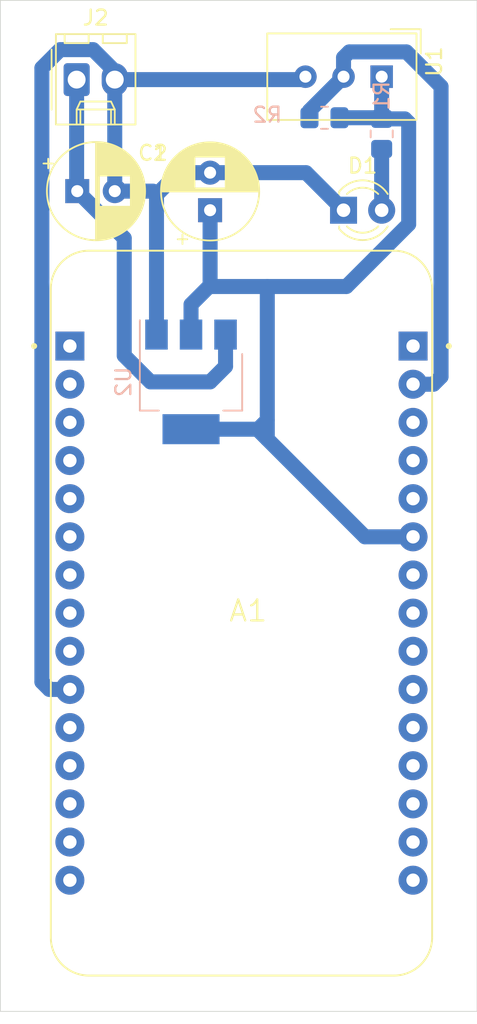
<source format=kicad_pcb>
(kicad_pcb (version 20221018) (generator pcbnew)
  (title_block (title "Smart Heating System - DHT Node") (date "2023-06-16") (rev "Rev 1.1") (company "University of Bolton") (comment 4 "Designed by: Erik Zsolt Kis-Varga"))
  (layers (0 "F.Cu" signal) (31 "B.Cu" signal) (34 "B.Paste" user) (35 "F.Paste" user) (36 "B.SilkS" user "B.Silkscreen") (37 "F.SilkS" user "F.Silkscreen") (38 "B.Mask" user) (39 "F.Mask" user) (44 "Edge.Cuts" user))
  (net 0 "")
  (net 10 "GND")
  (net 11 "+3V3")
  (net 16 "Net-(A1B-D1)")
  (net 26 "Net-(J2-Pin_1)")
  (net 27 "Net-(D1-A)")
  (footprint "8266Node:DHT11_Module" (layer "F.Cu") (at 85.54 62.075 -90)
    (fp_text reference "U1" (at -1 -3.5 90) (layer "F.SilkS"))
    (fp_text value "DHT11")
    (fp_line (start -3.16 -2.6) (end -3.16 -0.6) (stroke (width 0.12)) (layer "F.SilkS"))
    (fp_line (start -3.16 -2.6) (end -1.55 -2.6) (stroke (width 0.12)) (layer "F.SilkS"))
    (fp_line (start -2.88 7.62) (end -2.88 -2.31) (stroke (width 0.12)) (layer "F.SilkS"))
    (fp_line (start -2.87 -2.32) (end 2.87 -2.32) (stroke (width 0.12)) (layer "F.SilkS"))
    (fp_line (start 2.88 -2.32) (end 2.88 7.62) (stroke (width 0.12)) (layer "F.SilkS"))
    (fp_line (start 2.88 7.62) (end -2.88 7.62) (stroke (width 0.12)) (layer "F.SilkS"))
    (pad "1" thru_hole rect (at 0 0 270) (size 1.5 1.5) (drill 0.8) (layers "*.Cu" "*.Mask") (net 11 "+3V3"))
    (pad "2" thru_hole circle (at 0 2.54 270) (size 1.5 1.5) (drill 0.8) (layers "*.Cu" "*.Mask") (net 16 "Net-(A1B-D1)"))
    (pad "3" thru_hole circle (at 0 5.08 270) (size 1.5 1.5) (drill 0.8) (layers "*.Cu" "*.Mask") (net 10 "GND"))
  )
  (footprint "8266Node:ESP8266_NodeMCU_Devkit" (layer "F.Cu") (at 76.2 97.79)
    (fp_text reference "A1" (at 0.45 -0.155) (layer "F.SilkS") (effects (font (size 1.4 1.4))))
    (fp_text value "ESP8266_NodeMCU_Devkit")
    (fp_line (start -12.7 21.59) (end -12.7 -21.59) (stroke (width 0.127)) (layer "F.SilkS"))
    (fp_line (start -10.16 -24.13) (end 10.16 -24.13) (stroke (width 0.127)) (layer "F.SilkS"))
    (fp_line (start 10.16 24.13) (end -10.16 24.13) (stroke (width 0.127)) (layer "F.SilkS"))
    (fp_line (start 12.7 -21.59) (end 12.7 21.59) (stroke (width 0.127)) (layer "F.SilkS"))
    (fp_arc (start -12.7 -21.59) (mid -11.956051 -23.386051) (end -10.16 -24.13) (stroke (width 0.127)) (layer "F.SilkS"))
    (fp_arc (start -10.16 24.13) (mid -11.956051 23.386051) (end -12.7 21.59) (stroke (width 0.127)) (layer "F.SilkS"))
    (fp_arc (start 10.16 -24.13) (mid 11.956051 -23.386051) (end 12.7 -21.59) (stroke (width 0.127)) (layer "F.SilkS"))
    (fp_arc (start 12.7 21.59) (mid 11.956051 23.386051) (end 10.16 24.13) (stroke (width 0.127)) (layer "F.SilkS"))
    (fp_circle (center -13.81 -17.78) (end -13.71 -17.78) (stroke (width 0.2)) (fill none) (layer "F.SilkS"))
    (fp_circle (center 13.81 -17.78) (end 13.91 -17.78) (stroke (width 0.2)) (fill none) (layer "F.SilkS"))
    (pad "" np_thru_hole circle (at -10.16 -21.59) (size 3.2 3.2) (drill 3.2) (layers "*.Cu" "*.Mask"))
    (pad "" np_thru_hole circle (at -10.16 21.59) (size 3.2 3.2) (drill 3.2) (layers "*.Cu" "*.Mask"))
    (pad "" np_thru_hole circle (at 10.16 -21.59) (size 3.2 3.2) (drill 3.2) (layers "*.Cu" "*.Mask"))
    (pad "" np_thru_hole circle (at 10.16 21.59) (size 3.2 3.2) (drill 3.2) (layers "*.Cu" "*.Mask"))
    (pad "J1_1" thru_hole rect (at -11.43 -17.78) (size 1.93 1.93) (drill 0.889) (layers "*.Cu" "*.Mask"))
    (pad "J1_2" thru_hole circle (at -11.43 -15.24) (size 1.93 1.93) (drill 0.889) (layers "*.Cu" "*.Mask"))
    (pad "J1_3" thru_hole circle (at -11.43 -12.7) (size 1.93 1.93) (drill 0.889) (layers "*.Cu" "*.Mask"))
    (pad "J1_4" thru_hole circle (at -11.43 -10.16) (size 1.93 1.93) (drill 0.889) (layers "*.Cu" "*.Mask"))
    (pad "J1_5" thru_hole circle (at -11.43 -7.62) (size 1.93 1.93) (drill 0.889) (layers "*.Cu" "*.Mask"))
    (pad "J1_6" thru_hole circle (at -11.43 -5.08) (size 1.93 1.93) (drill 0.889) (layers "*.Cu" "*.Mask"))
    (pad "J1_7" thru_hole circle (at -11.43 -2.54) (size 1.93 1.93) (drill 0.889) (layers "*.Cu" "*.Mask"))
    (pad "J1_8" thru_hole circle (at -11.43 0) (size 1.93 1.93) (drill 0.889) (layers "*.Cu" "*.Mask"))
    (pad "J1_9" thru_hole circle (at -11.43 2.54) (size 1.93 1.93) (drill 0.889) (layers "*.Cu" "*.Mask"))
    (pad "J1_10" thru_hole circle (at -11.43 5.08) (size 1.93 1.93) (drill 0.889) (layers "*.Cu" "*.Mask") (net 10 "GND"))
    (pad "J1_11" thru_hole circle (at -11.43 7.62) (size 1.93 1.93) (drill 0.889) (layers "*.Cu" "*.Mask"))
    (pad "J1_12" thru_hole circle (at -11.43 10.16) (size 1.93 1.93) (drill 0.889) (layers "*.Cu" "*.Mask"))
    (pad "J1_13" thru_hole circle (at -11.43 12.7) (size 1.93 1.93) (drill 0.889) (layers "*.Cu" "*.Mask"))
    (pad "J1_14" thru_hole circle (at -11.43 15.24) (size 1.93 1.93) (drill 0.889) (layers "*.Cu" "*.Mask"))
    (pad "J1_15" thru_hole circle (at -11.43 17.78) (size 1.93 1.93) (drill 0.889) (layers "*.Cu" "*.Mask"))
    (pad "J2_1" thru_hole rect (at 11.43 -17.78) (size 1.93 1.93) (drill 0.889) (layers "*.Cu" "*.Mask"))
    (pad "J2_2" thru_hole circle (at 11.43 -15.24) (size 1.93 1.93) (drill 0.889) (layers "*.Cu" "*.Mask") (net 16 "Net-(A1B-D1)"))
    (pad "J2_3" thru_hole circle (at 11.43 -12.7) (size 1.93 1.93) (drill 0.889) (layers "*.Cu" "*.Mask"))
    (pad "J2_4" thru_hole circle (at 11.43 -10.16) (size 1.93 1.93) (drill 0.889) (layers "*.Cu" "*.Mask"))
    (pad "J2_5" thru_hole circle (at 11.43 -7.62) (size 1.93 1.93) (drill 0.889) (layers "*.Cu" "*.Mask"))
    (pad "J2_6" thru_hole circle (at 11.43 -5.08) (size 1.93 1.93) (drill 0.889) (layers "*.Cu" "*.Mask") (net 11 "+3V3"))
    (pad "J2_7" thru_hole circle (at 11.43 -2.54) (size 1.93 1.93) (drill 0.889) (layers "*.Cu" "*.Mask"))
    (pad "J2_8" thru_hole circle (at 11.43 0) (size 1.93 1.93) (drill 0.889) (layers "*.Cu" "*.Mask"))
    (pad "J2_9" thru_hole circle (at 11.43 2.54) (size 1.93 1.93) (drill 0.889) (layers "*.Cu" "*.Mask"))
    (pad "J2_10" thru_hole circle (at 11.43 5.08) (size 1.93 1.93) (drill 0.889) (layers "*.Cu" "*.Mask"))
    (pad "J2_11" thru_hole circle (at 11.43 7.62) (size 1.93 1.93) (drill 0.889) (layers "*.Cu" "*.Mask"))
    (pad "J2_12" thru_hole circle (at 11.43 10.16) (size 1.93 1.93) (drill 0.889) (layers "*.Cu" "*.Mask"))
    (pad "J2_13" thru_hole circle (at 11.43 12.7) (size 1.93 1.93) (drill 0.889) (layers "*.Cu" "*.Mask"))
    (pad "J2_14" thru_hole circle (at 11.43 15.24) (size 1.93 1.93) (drill 0.889) (layers "*.Cu" "*.Mask"))
    (pad "J2_15" thru_hole circle (at 11.43 17.78) (size 1.93 1.93) (drill 0.889) (layers "*.Cu" "*.Mask"))
  )
  (footprint "LED_THT:LED_D3.0mm" (layer "F.Cu") (at 83 70.965)
    (fp_text reference "D1" (at 1.27 -2.96) (layer "F.SilkS"))
    (fp_text value "LED_PWR")
    (fp_line (start -0.29 -1.236) (end -0.29 -1.08) (stroke (width 0.12)) (layer "F.SilkS"))
    (fp_line (start -0.29 1.08) (end -0.29 1.236) (stroke (width 0.12)) (layer "F.SilkS"))
    (fp_arc (start -0.29 -1.235516) (mid 1.366487 -1.987659) (end 2.942335 -1.078608) (stroke (width 0.12)) (layer "F.SilkS"))
    (fp_arc (start 0.229039 -1.08) (mid 1.270117 -1.5) (end 2.31113 -1.079837) (stroke (width 0.12)) (layer "F.SilkS"))
    (fp_arc (start 2.31113 1.079837) (mid 1.270117 1.5) (end 0.229039 1.08) (stroke (width 0.12)) (layer "F.SilkS"))
    (fp_arc (start 2.942335 1.078608) (mid 1.366487 1.987659) (end -0.29 1.235516) (stroke (width 0.12)) (layer "F.SilkS"))
    (pad "1" thru_hole rect (at 0 0) (size 1.8 1.8) (drill 0.9) (layers "*.Cu" "*.Mask") (net 10 "GND"))
    (pad "2" thru_hole circle (at 2.54 0) (size 1.8 1.8) (drill 0.9) (layers "*.Cu" "*.Mask") (net 27 "Net-(D1-A)"))
  )
  (footprint "Connector_Molex:Molex_KK-254_AE-6410-02A_1x02_P2.54mm_Vertical" (layer "F.Cu") (at 65.22 62.27)
    (fp_text reference "J2" (at 1.27 -4.12) (layer "F.SilkS"))
    (fp_text value "Batt")
    (fp_line (start -1.67 -2) (end -1.67 2) (stroke (width 0.12)) (layer "F.SilkS"))
    (fp_line (start -1.38 -3.03) (end -1.38 2.99) (stroke (width 0.12)) (layer "F.SilkS"))
    (fp_line (start -1.38 2.99) (end 3.92 2.99) (stroke (width 0.12)) (layer "F.SilkS"))
    (fp_line (start -0.8 -3.03) (end -0.8 -2.43) (stroke (width 0.12)) (layer "F.SilkS"))
    (fp_line (start -0.8 -2.43) (end 0.8 -2.43) (stroke (width 0.12)) (layer "F.SilkS"))
    (fp_line (start 0 1.99) (end 0.25 1.46) (stroke (width 0.12)) (layer "F.SilkS"))
    (fp_line (start 0 1.99) (end 2.54 1.99) (stroke (width 0.12)) (layer "F.SilkS"))
    (fp_line (start 0 2.99) (end 0 1.99) (stroke (width 0.12)) (layer "F.SilkS"))
    (fp_line (start 0.25 1.46) (end 2.29 1.46) (stroke (width 0.12)) (layer "F.SilkS"))
    (fp_line (start 0.25 2.99) (end 0.25 1.99) (stroke (width 0.12)) (layer "F.SilkS"))
    (fp_line (start 0.8 -2.43) (end 0.8 -3.03) (stroke (width 0.12)) (layer "F.SilkS"))
    (fp_line (start 1.74 -3.03) (end 1.74 -2.43) (stroke (width 0.12)) (layer "F.SilkS"))
    (fp_line (start 1.74 -2.43) (end 3.34 -2.43) (stroke (width 0.12)) (layer "F.SilkS"))
    (fp_line (start 2.29 1.46) (end 2.54 1.99) (stroke (width 0.12)) (layer "F.SilkS"))
    (fp_line (start 2.29 2.99) (end 2.29 1.99) (stroke (width 0.12)) (layer "F.SilkS"))
    (fp_line (start 2.54 1.99) (end 2.54 2.99) (stroke (width 0.12)) (layer "F.SilkS"))
    (fp_line (start 3.34 -2.43) (end 3.34 -3.03) (stroke (width 0.12)) (layer "F.SilkS"))
    (fp_line (start 3.92 -3.03) (end -1.38 -3.03) (stroke (width 0.12)) (layer "F.SilkS"))
    (fp_line (start 3.92 2.99) (end 3.92 -3.03) (stroke (width 0.12)) (layer "F.SilkS"))
    (pad "1" thru_hole roundrect (at 0 0) (size 1.74 2.19) (drill 1.19) (layers "*.Cu" "*.Mask") (roundrect_rratio 0.1436781609) (net 26 "Net-(J2-Pin_1)"))
    (pad "2" thru_hole oval (at 2.54 0) (size 1.74 2.19) (drill 1.19) (layers "*.Cu" "*.Mask") (net 10 "GND"))
  )
  (footprint "Capacitor_THT:CP_Radial_D6.3mm_P2.50mm" (layer "F.Cu") (at 74.11 70.965 90)
    (fp_text reference "C2" (at 3.81 -3.81 180) (layer "F.SilkS"))
    (fp_text value "10u")
    (fp_line (start -2.250241 -1.839) (end -1.620241 -1.839) (stroke (width 0.12)) (layer "F.SilkS"))
    (fp_line (start -1.935241 -2.154) (end -1.935241 -1.524) (stroke (width 0.12)) (layer "F.SilkS"))
    (fp_line (start 1.25 -3.23) (end 1.25 3.23) (stroke (width 0.12)) (layer "F.SilkS"))
    (fp_line (start 1.29 -3.23) (end 1.29 3.23) (stroke (width 0.12)) (layer "F.SilkS"))
    (fp_line (start 1.33 -3.23) (end 1.33 3.23) (stroke (width 0.12)) (layer "F.SilkS"))
    (fp_line (start 1.37 -3.228) (end 1.37 3.228) (stroke (width 0.12)) (layer "F.SilkS"))
    (fp_line (start 1.41 -3.227) (end 1.41 3.227) (stroke (width 0.12)) (layer "F.SilkS"))
    (fp_line (start 1.45 -3.224) (end 1.45 3.224) (stroke (width 0.12)) (layer "F.SilkS"))
    (fp_line (start 1.49 -3.222) (end 1.49 -1.04) (stroke (width 0.12)) (layer "F.SilkS"))
    (fp_line (start 1.49 1.04) (end 1.49 3.222) (stroke (width 0.12)) (layer "F.SilkS"))
    (fp_line (start 1.53 -3.218) (end 1.53 -1.04) (stroke (width 0.12)) (layer "F.SilkS"))
    (fp_line (start 1.53 1.04) (end 1.53 3.218) (stroke (width 0.12)) (layer "F.SilkS"))
    (fp_line (start 1.57 -3.215) (end 1.57 -1.04) (stroke (width 0.12)) (layer "F.SilkS"))
    (fp_line (start 1.57 1.04) (end 1.57 3.215) (stroke (width 0.12)) (layer "F.SilkS"))
    (fp_line (start 1.61 -3.211) (end 1.61 -1.04) (stroke (width 0.12)) (layer "F.SilkS"))
    (fp_line (start 1.61 1.04) (end 1.61 3.211) (stroke (width 0.12)) (layer "F.SilkS"))
    (fp_line (start 1.65 -3.206) (end 1.65 -1.04) (stroke (width 0.12)) (layer "F.SilkS"))
    (fp_line (start 1.65 1.04) (end 1.65 3.206) (stroke (width 0.12)) (layer "F.SilkS"))
    (fp_line (start 1.69 -3.201) (end 1.69 -1.04) (stroke (width 0.12)) (layer "F.SilkS"))
    (fp_line (start 1.69 1.04) (end 1.69 3.201) (stroke (width 0.12)) (layer "F.SilkS"))
    (fp_line (start 1.73 -3.195) (end 1.73 -1.04) (stroke (width 0.12)) (layer "F.SilkS"))
    (fp_line (start 1.73 1.04) (end 1.73 3.195) (stroke (width 0.12)) (layer "F.SilkS"))
    (fp_line (start 1.77 -3.189) (end 1.77 -1.04) (stroke (width 0.12)) (layer "F.SilkS"))
    (fp_line (start 1.77 1.04) (end 1.77 3.189) (stroke (width 0.12)) (layer "F.SilkS"))
    (fp_line (start 1.81 -3.182) (end 1.81 -1.04) (stroke (width 0.12)) (layer "F.SilkS"))
    (fp_line (start 1.81 1.04) (end 1.81 3.182) (stroke (width 0.12)) (layer "F.SilkS"))
    (fp_line (start 1.85 -3.175) (end 1.85 -1.04) (stroke (width 0.12)) (layer "F.SilkS"))
    (fp_line (start 1.85 1.04) (end 1.85 3.175) (stroke (width 0.12)) (layer "F.SilkS"))
    (fp_line (start 1.89 -3.167) (end 1.89 -1.04) (stroke (width 0.12)) (layer "F.SilkS"))
    (fp_line (start 1.89 1.04) (end 1.89 3.167) (stroke (width 0.12)) (layer "F.SilkS"))
    (fp_line (start 1.93 -3.159) (end 1.93 -1.04) (stroke (width 0.12)) (layer "F.SilkS"))
    (fp_line (start 1.93 1.04) (end 1.93 3.159) (stroke (width 0.12)) (layer "F.SilkS"))
    (fp_line (start 1.971 -3.15) (end 1.971 -1.04) (stroke (width 0.12)) (layer "F.SilkS"))
    (fp_line (start 1.971 1.04) (end 1.971 3.15) (stroke (width 0.12)) (layer "F.SilkS"))
    (fp_line (start 2.011 -3.141) (end 2.011 -1.04) (stroke (width 0.12)) (layer "F.SilkS"))
    (fp_line (start 2.011 1.04) (end 2.011 3.141) (stroke (width 0.12)) (layer "F.SilkS"))
    (fp_line (start 2.051 -3.131) (end 2.051 -1.04) (stroke (width 0.12)) (layer "F.SilkS"))
    (fp_line (start 2.051 1.04) (end 2.051 3.131) (stroke (width 0.12)) (layer "F.SilkS"))
    (fp_line (start 2.091 -3.121) (end 2.091 -1.04) (stroke (width 0.12)) (layer "F.SilkS"))
    (fp_line (start 2.091 1.04) (end 2.091 3.121) (stroke (width 0.12)) (layer "F.SilkS"))
    (fp_line (start 2.131 -3.11) (end 2.131 -1.04) (stroke (width 0.12)) (layer "F.SilkS"))
    (fp_line (start 2.131 1.04) (end 2.131 3.11) (stroke (width 0.12)) (layer "F.SilkS"))
    (fp_line (start 2.171 -3.098) (end 2.171 -1.04) (stroke (width 0.12)) (layer "F.SilkS"))
    (fp_line (start 2.171 1.04) (end 2.171 3.098) (stroke (width 0.12)) (layer "F.SilkS"))
    (fp_line (start 2.211 -3.086) (end 2.211 -1.04) (stroke (width 0.12)) (layer "F.SilkS"))
    (fp_line (start 2.211 1.04) (end 2.211 3.086) (stroke (width 0.12)) (layer "F.SilkS"))
    (fp_line (start 2.251 -3.074) (end 2.251 -1.04) (stroke (width 0.12)) (layer "F.SilkS"))
    (fp_line (start 2.251 1.04) (end 2.251 3.074) (stroke (width 0.12)) (layer "F.SilkS"))
    (fp_line (start 2.291 -3.061) (end 2.291 -1.04) (stroke (width 0.12)) (layer "F.SilkS"))
    (fp_line (start 2.291 1.04) (end 2.291 3.061) (stroke (width 0.12)) (layer "F.SilkS"))
    (fp_line (start 2.331 -3.047) (end 2.331 -1.04) (stroke (width 0.12)) (layer "F.SilkS"))
    (fp_line (start 2.331 1.04) (end 2.331 3.047) (stroke (width 0.12)) (layer "F.SilkS"))
    (fp_line (start 2.371 -3.033) (end 2.371 -1.04) (stroke (width 0.12)) (layer "F.SilkS"))
    (fp_line (start 2.371 1.04) (end 2.371 3.033) (stroke (width 0.12)) (layer "F.SilkS"))
    (fp_line (start 2.411 -3.018) (end 2.411 -1.04) (stroke (width 0.12)) (layer "F.SilkS"))
    (fp_line (start 2.411 1.04) (end 2.411 3.018) (stroke (width 0.12)) (layer "F.SilkS"))
    (fp_line (start 2.451 -3.002) (end 2.451 -1.04) (stroke (width 0.12)) (layer "F.SilkS"))
    (fp_line (start 2.451 1.04) (end 2.451 3.002) (stroke (width 0.12)) (layer "F.SilkS"))
    (fp_line (start 2.491 -2.986) (end 2.491 -1.04) (stroke (width 0.12)) (layer "F.SilkS"))
    (fp_line (start 2.491 1.04) (end 2.491 2.986) (stroke (width 0.12)) (layer "F.SilkS"))
    (fp_line (start 2.531 -2.97) (end 2.531 -1.04) (stroke (width 0.12)) (layer "F.SilkS"))
    (fp_line (start 2.531 1.04) (end 2.531 2.97) (stroke (width 0.12)) (layer "F.SilkS"))
    (fp_line (start 2.571 -2.952) (end 2.571 -1.04) (stroke (width 0.12)) (layer "F.SilkS"))
    (fp_line (start 2.571 1.04) (end 2.571 2.952) (stroke (width 0.12)) (layer "F.SilkS"))
    (fp_line (start 2.611 -2.934) (end 2.611 -1.04) (stroke (width 0.12)) (layer "F.SilkS"))
    (fp_line (start 2.611 1.04) (end 2.611 2.934) (stroke (width 0.12)) (layer "F.SilkS"))
    (fp_line (start 2.651 -2.916) (end 2.651 -1.04) (stroke (width 0.12)) (layer "F.SilkS"))
    (fp_line (start 2.651 1.04) (end 2.651 2.916) (stroke (width 0.12)) (layer "F.SilkS"))
    (fp_line (start 2.691 -2.896) (end 2.691 -1.04) (stroke (width 0.12)) (layer "F.SilkS"))
    (fp_line (start 2.691 1.04) (end 2.691 2.896) (stroke (width 0.12)) (layer "F.SilkS"))
    (fp_line (start 2.731 -2.876) (end 2.731 -1.04) (stroke (width 0.12)) (layer "F.SilkS"))
    (fp_line (start 2.731 1.04) (end 2.731 2.876) (stroke (width 0.12)) (layer "F.SilkS"))
    (fp_line (start 2.771 -2.856) (end 2.771 -1.04) (stroke (width 0.12)) (layer "F.SilkS"))
    (fp_line (start 2.771 1.04) (end 2.771 2.856) (stroke (width 0.12)) (layer "F.SilkS"))
    (fp_line (start 2.811 -2.834) (end 2.811 -1.04) (stroke (width 0.12)) (layer "F.SilkS"))
    (fp_line (start 2.811 1.04) (end 2.811 2.834) (stroke (width 0.12)) (layer "F.SilkS"))
    (fp_line (start 2.851 -2.812) (end 2.851 -1.04) (stroke (width 0.12)) (layer "F.SilkS"))
    (fp_line (start 2.851 1.04) (end 2.851 2.812) (stroke (width 0.12)) (layer "F.SilkS"))
    (fp_line (start 2.891 -2.79) (end 2.891 -1.04) (stroke (width 0.12)) (layer "F.SilkS"))
    (fp_line (start 2.891 1.04) (end 2.891 2.79) (stroke (width 0.12)) (layer "F.SilkS"))
    (fp_line (start 2.931 -2.766) (end 2.931 -1.04) (stroke (width 0.12)) (layer "F.SilkS"))
    (fp_line (start 2.931 1.04) (end 2.931 2.766) (stroke (width 0.12)) (layer "F.SilkS"))
    (fp_line (start 2.971 -2.742) (end 2.971 -1.04) (stroke (width 0.12)) (layer "F.SilkS"))
    (fp_line (start 2.971 1.04) (end 2.971 2.742) (stroke (width 0.12)) (layer "F.SilkS"))
    (fp_line (start 3.011 -2.716) (end 3.011 -1.04) (stroke (width 0.12)) (layer "F.SilkS"))
    (fp_line (start 3.011 1.04) (end 3.011 2.716) (stroke (width 0.12)) (layer "F.SilkS"))
    (fp_line (start 3.051 -2.69) (end 3.051 -1.04) (stroke (width 0.12)) (layer "F.SilkS"))
    (fp_line (start 3.051 1.04) (end 3.051 2.69) (stroke (width 0.12)) (layer "F.SilkS"))
    (fp_line (start 3.091 -2.664) (end 3.091 -1.04) (stroke (width 0.12)) (layer "F.SilkS"))
    (fp_line (start 3.091 1.04) (end 3.091 2.664) (stroke (width 0.12)) (layer "F.SilkS"))
    (fp_line (start 3.131 -2.636) (end 3.131 -1.04) (stroke (width 0.12)) (layer "F.SilkS"))
    (fp_line (start 3.131 1.04) (end 3.131 2.636) (stroke (width 0.12)) (layer "F.SilkS"))
    (fp_line (start 3.171 -2.607) (end 3.171 -1.04) (stroke (width 0.12)) (layer "F.SilkS"))
    (fp_line (start 3.171 1.04) (end 3.171 2.607) (stroke (width 0.12)) (layer "F.SilkS"))
    (fp_line (start 3.211 -2.578) (end 3.211 -1.04) (stroke (width 0.12)) (layer "F.SilkS"))
    (fp_line (start 3.211 1.04) (end 3.211 2.578) (stroke (width 0.12)) (layer "F.SilkS"))
    (fp_line (start 3.251 -2.548) (end 3.251 -1.04) (stroke (width 0.12)) (layer "F.SilkS"))
    (fp_line (start 3.251 1.04) (end 3.251 2.548) (stroke (width 0.12)) (layer "F.SilkS"))
    (fp_line (start 3.291 -2.516) (end 3.291 -1.04) (stroke (width 0.12)) (layer "F.SilkS"))
    (fp_line (start 3.291 1.04) (end 3.291 2.516) (stroke (width 0.12)) (layer "F.SilkS"))
    (fp_line (start 3.331 -2.484) (end 3.331 -1.04) (stroke (width 0.12)) (layer "F.SilkS"))
    (fp_line (start 3.331 1.04) (end 3.331 2.484) (stroke (width 0.12)) (layer "F.SilkS"))
    (fp_line (start 3.371 -2.45) (end 3.371 -1.04) (stroke (width 0.12)) (layer "F.SilkS"))
    (fp_line (start 3.371 1.04) (end 3.371 2.45) (stroke (width 0.12)) (layer "F.SilkS"))
    (fp_line (start 3.411 -2.416) (end 3.411 -1.04) (stroke (width 0.12)) (layer "F.SilkS"))
    (fp_line (start 3.411 1.04) (end 3.411 2.416) (stroke (width 0.12)) (layer "F.SilkS"))
    (fp_line (start 3.451 -2.38) (end 3.451 -1.04) (stroke (width 0.12)) (layer "F.SilkS"))
    (fp_line (start 3.451 1.04) (end 3.451 2.38) (stroke (width 0.12)) (layer "F.SilkS"))
    (fp_line (start 3.491 -2.343) (end 3.491 -1.04) (stroke (width 0.12)) (layer "F.SilkS"))
    (fp_line (start 3.491 1.04) (end 3.491 2.343) (stroke (width 0.12)) (layer "F.SilkS"))
    (fp_line (start 3.531 -2.305) (end 3.531 -1.04) (stroke (width 0.12)) (layer "F.SilkS"))
    (fp_line (start 3.531 1.04) (end 3.531 2.305) (stroke (width 0.12)) (layer "F.SilkS"))
    (fp_line (start 3.571 -2.265) (end 3.571 2.265) (stroke (width 0.12)) (layer "F.SilkS"))
    (fp_line (start 3.611 -2.224) (end 3.611 2.224) (stroke (width 0.12)) (layer "F.SilkS"))
    (fp_line (start 3.651 -2.182) (end 3.651 2.182) (stroke (width 0.12)) (layer "F.SilkS"))
    (fp_line (start 3.691 -2.137) (end 3.691 2.137) (stroke (width 0.12)) (layer "F.SilkS"))
    (fp_line (start 3.731 -2.092) (end 3.731 2.092) (stroke (width 0.12)) (layer "F.SilkS"))
    (fp_line (start 3.771 -2.044) (end 3.771 2.044) (stroke (width 0.12)) (layer "F.SilkS"))
    (fp_line (start 3.811 -1.995) (end 3.811 1.995) (stroke (width 0.12)) (layer "F.SilkS"))
    (fp_line (start 3.851 -1.944) (end 3.851 1.944) (stroke (width 0.12)) (layer "F.SilkS"))
    (fp_line (start 3.891 -1.89) (end 3.891 1.89) (stroke (width 0.12)) (layer "F.SilkS"))
    (fp_line (start 3.931 -1.834) (end 3.931 1.834) (stroke (width 0.12)) (layer "F.SilkS"))
    (fp_line (start 3.971 -1.776) (end 3.971 1.776) (stroke (width 0.12)) (layer "F.SilkS"))
    (fp_line (start 4.011 -1.714) (end 4.011 1.714) (stroke (width 0.12)) (layer "F.SilkS"))
    (fp_line (start 4.051 -1.65) (end 4.051 1.65) (stroke (width 0.12)) (layer "F.SilkS"))
    (fp_line (start 4.091 -1.581) (end 4.091 1.581) (stroke (width 0.12)) (layer "F.SilkS"))
    (fp_line (start 4.131 -1.509) (end 4.131 1.509) (stroke (width 0.12)) (layer "F.SilkS"))
    (fp_line (start 4.171 -1.432) (end 4.171 1.432) (stroke (width 0.12)) (layer "F.SilkS"))
    (fp_line (start 4.211 -1.35) (end 4.211 1.35) (stroke (width 0.12)) (layer "F.SilkS"))
    (fp_line (start 4.251 -1.262) (end 4.251 1.262) (stroke (width 0.12)) (layer "F.SilkS"))
    (fp_line (start 4.291 -1.165) (end 4.291 1.165) (stroke (width 0.12)) (layer "F.SilkS"))
    (fp_line (start 4.331 -1.059) (end 4.331 1.059) (stroke (width 0.12)) (layer "F.SilkS"))
    (fp_line (start 4.371 -0.94) (end 4.371 0.94) (stroke (width 0.12)) (layer "F.SilkS"))
    (fp_line (start 4.411 -0.802) (end 4.411 0.802) (stroke (width 0.12)) (layer "F.SilkS"))
    (fp_line (start 4.451 -0.633) (end 4.451 0.633) (stroke (width 0.12)) (layer "F.SilkS"))
    (fp_line (start 4.491 -0.402) (end 4.491 0.402) (stroke (width 0.12)) (layer "F.SilkS"))
    (fp_circle (center 1.25 0) (end 4.52 0) (stroke (width 0.12)) (fill none) (layer "F.SilkS"))
    (pad "1" thru_hole rect (at 0 0 90) (size 1.6 1.6) (drill 0.8) (layers "*.Cu" "*.Mask") (net 11 "+3V3"))
    (pad "2" thru_hole circle (at 2.5 0 90) (size 1.6 1.6) (drill 0.8) (layers "*.Cu" "*.Mask") (net 10 "GND"))
  )
  (footprint "Capacitor_THT:CP_Radial_D6.3mm_P2.50mm" (layer "F.Cu") (at 65.26 69.695)
    (fp_text reference "C1" (at 5.04 -2.54) (layer "F.SilkS"))
    (fp_text value "10u")
    (fp_line (start -2.250241 -1.839) (end -1.620241 -1.839) (stroke (width 0.12)) (layer "F.SilkS"))
    (fp_line (start -1.935241 -2.154) (end -1.935241 -1.524) (stroke (width 0.12)) (layer "F.SilkS"))
    (fp_line (start 1.25 -3.23) (end 1.25 3.23) (stroke (width 0.12)) (layer "F.SilkS"))
    (fp_line (start 1.29 -3.23) (end 1.29 3.23) (stroke (width 0.12)) (layer "F.SilkS"))
    (fp_line (start 1.33 -3.23) (end 1.33 3.23) (stroke (width 0.12)) (layer "F.SilkS"))
    (fp_line (start 1.37 -3.228) (end 1.37 3.228) (stroke (width 0.12)) (layer "F.SilkS"))
    (fp_line (start 1.41 -3.227) (end 1.41 3.227) (stroke (width 0.12)) (layer "F.SilkS"))
    (fp_line (start 1.45 -3.224) (end 1.45 3.224) (stroke (width 0.12)) (layer "F.SilkS"))
    (fp_line (start 1.49 -3.222) (end 1.49 -1.04) (stroke (width 0.12)) (layer "F.SilkS"))
    (fp_line (start 1.49 1.04) (end 1.49 3.222) (stroke (width 0.12)) (layer "F.SilkS"))
    (fp_line (start 1.53 -3.218) (end 1.53 -1.04) (stroke (width 0.12)) (layer "F.SilkS"))
    (fp_line (start 1.53 1.04) (end 1.53 3.218) (stroke (width 0.12)) (layer "F.SilkS"))
    (fp_line (start 1.57 -3.215) (end 1.57 -1.04) (stroke (width 0.12)) (layer "F.SilkS"))
    (fp_line (start 1.57 1.04) (end 1.57 3.215) (stroke (width 0.12)) (layer "F.SilkS"))
    (fp_line (start 1.61 -3.211) (end 1.61 -1.04) (stroke (width 0.12)) (layer "F.SilkS"))
    (fp_line (start 1.61 1.04) (end 1.61 3.211) (stroke (width 0.12)) (layer "F.SilkS"))
    (fp_line (start 1.65 -3.206) (end 1.65 -1.04) (stroke (width 0.12)) (layer "F.SilkS"))
    (fp_line (start 1.65 1.04) (end 1.65 3.206) (stroke (width 0.12)) (layer "F.SilkS"))
    (fp_line (start 1.69 -3.201) (end 1.69 -1.04) (stroke (width 0.12)) (layer "F.SilkS"))
    (fp_line (start 1.69 1.04) (end 1.69 3.201) (stroke (width 0.12)) (layer "F.SilkS"))
    (fp_line (start 1.73 -3.195) (end 1.73 -1.04) (stroke (width 0.12)) (layer "F.SilkS"))
    (fp_line (start 1.73 1.04) (end 1.73 3.195) (stroke (width 0.12)) (layer "F.SilkS"))
    (fp_line (start 1.77 -3.189) (end 1.77 -1.04) (stroke (width 0.12)) (layer "F.SilkS"))
    (fp_line (start 1.77 1.04) (end 1.77 3.189) (stroke (width 0.12)) (layer "F.SilkS"))
    (fp_line (start 1.81 -3.182) (end 1.81 -1.04) (stroke (width 0.12)) (layer "F.SilkS"))
    (fp_line (start 1.81 1.04) (end 1.81 3.182) (stroke (width 0.12)) (layer "F.SilkS"))
    (fp_line (start 1.85 -3.175) (end 1.85 -1.04) (stroke (width 0.12)) (layer "F.SilkS"))
    (fp_line (start 1.85 1.04) (end 1.85 3.175) (stroke (width 0.12)) (layer "F.SilkS"))
    (fp_line (start 1.89 -3.167) (end 1.89 -1.04) (stroke (width 0.12)) (layer "F.SilkS"))
    (fp_line (start 1.89 1.04) (end 1.89 3.167) (stroke (width 0.12)) (layer "F.SilkS"))
    (fp_line (start 1.93 -3.159) (end 1.93 -1.04) (stroke (width 0.12)) (layer "F.SilkS"))
    (fp_line (start 1.93 1.04) (end 1.93 3.159) (stroke (width 0.12)) (layer "F.SilkS"))
    (fp_line (start 1.971 -3.15) (end 1.971 -1.04) (stroke (width 0.12)) (layer "F.SilkS"))
    (fp_line (start 1.971 1.04) (end 1.971 3.15) (stroke (width 0.12)) (layer "F.SilkS"))
    (fp_line (start 2.011 -3.141) (end 2.011 -1.04) (stroke (width 0.12)) (layer "F.SilkS"))
    (fp_line (start 2.011 1.04) (end 2.011 3.141) (stroke (width 0.12)) (layer "F.SilkS"))
    (fp_line (start 2.051 -3.131) (end 2.051 -1.04) (stroke (width 0.12)) (layer "F.SilkS"))
    (fp_line (start 2.051 1.04) (end 2.051 3.131) (stroke (width 0.12)) (layer "F.SilkS"))
    (fp_line (start 2.091 -3.121) (end 2.091 -1.04) (stroke (width 0.12)) (layer "F.SilkS"))
    (fp_line (start 2.091 1.04) (end 2.091 3.121) (stroke (width 0.12)) (layer "F.SilkS"))
    (fp_line (start 2.131 -3.11) (end 2.131 -1.04) (stroke (width 0.12)) (layer "F.SilkS"))
    (fp_line (start 2.131 1.04) (end 2.131 3.11) (stroke (width 0.12)) (layer "F.SilkS"))
    (fp_line (start 2.171 -3.098) (end 2.171 -1.04) (stroke (width 0.12)) (layer "F.SilkS"))
    (fp_line (start 2.171 1.04) (end 2.171 3.098) (stroke (width 0.12)) (layer "F.SilkS"))
    (fp_line (start 2.211 -3.086) (end 2.211 -1.04) (stroke (width 0.12)) (layer "F.SilkS"))
    (fp_line (start 2.211 1.04) (end 2.211 3.086) (stroke (width 0.12)) (layer "F.SilkS"))
    (fp_line (start 2.251 -3.074) (end 2.251 -1.04) (stroke (width 0.12)) (layer "F.SilkS"))
    (fp_line (start 2.251 1.04) (end 2.251 3.074) (stroke (width 0.12)) (layer "F.SilkS"))
    (fp_line (start 2.291 -3.061) (end 2.291 -1.04) (stroke (width 0.12)) (layer "F.SilkS"))
    (fp_line (start 2.291 1.04) (end 2.291 3.061) (stroke (width 0.12)) (layer "F.SilkS"))
    (fp_line (start 2.331 -3.047) (end 2.331 -1.04) (stroke (width 0.12)) (layer "F.SilkS"))
    (fp_line (start 2.331 1.04) (end 2.331 3.047) (stroke (width 0.12)) (layer "F.SilkS"))
    (fp_line (start 2.371 -3.033) (end 2.371 -1.04) (stroke (width 0.12)) (layer "F.SilkS"))
    (fp_line (start 2.371 1.04) (end 2.371 3.033) (stroke (width 0.12)) (layer "F.SilkS"))
    (fp_line (start 2.411 -3.018) (end 2.411 -1.04) (stroke (width 0.12)) (layer "F.SilkS"))
    (fp_line (start 2.411 1.04) (end 2.411 3.018) (stroke (width 0.12)) (layer "F.SilkS"))
    (fp_line (start 2.451 -3.002) (end 2.451 -1.04) (stroke (width 0.12)) (layer "F.SilkS"))
    (fp_line (start 2.451 1.04) (end 2.451 3.002) (stroke (width 0.12)) (layer "F.SilkS"))
    (fp_line (start 2.491 -2.986) (end 2.491 -1.04) (stroke (width 0.12)) (layer "F.SilkS"))
    (fp_line (start 2.491 1.04) (end 2.491 2.986) (stroke (width 0.12)) (layer "F.SilkS"))
    (fp_line (start 2.531 -2.97) (end 2.531 -1.04) (stroke (width 0.12)) (layer "F.SilkS"))
    (fp_line (start 2.531 1.04) (end 2.531 2.97) (stroke (width 0.12)) (layer "F.SilkS"))
    (fp_line (start 2.571 -2.952) (end 2.571 -1.04) (stroke (width 0.12)) (layer "F.SilkS"))
    (fp_line (start 2.571 1.04) (end 2.571 2.952) (stroke (width 0.12)) (layer "F.SilkS"))
    (fp_line (start 2.611 -2.934) (end 2.611 -1.04) (stroke (width 0.12)) (layer "F.SilkS"))
    (fp_line (start 2.611 1.04) (end 2.611 2.934) (stroke (width 0.12)) (layer "F.SilkS"))
    (fp_line (start 2.651 -2.916) (end 2.651 -1.04) (stroke (width 0.12)) (layer "F.SilkS"))
    (fp_line (start 2.651 1.04) (end 2.651 2.916) (stroke (width 0.12)) (layer "F.SilkS"))
    (fp_line (start 2.691 -2.896) (end 2.691 -1.04) (stroke (width 0.12)) (layer "F.SilkS"))
    (fp_line (start 2.691 1.04) (end 2.691 2.896) (stroke (width 0.12)) (layer "F.SilkS"))
    (fp_line (start 2.731 -2.876) (end 2.731 -1.04) (stroke (width 0.12)) (layer "F.SilkS"))
    (fp_line (start 2.731 1.04) (end 2.731 2.876) (stroke (width 0.12)) (layer "F.SilkS"))
    (fp_line (start 2.771 -2.856) (end 2.771 -1.04) (stroke (width 0.12)) (layer "F.SilkS"))
    (fp_line (start 2.771 1.04) (end 2.771 2.856) (stroke (width 0.12)) (layer "F.SilkS"))
    (fp_line (start 2.811 -2.834) (end 2.811 -1.04) (stroke (width 0.12)) (layer "F.SilkS"))
    (fp_line (start 2.811 1.04) (end 2.811 2.834) (stroke (width 0.12)) (layer "F.SilkS"))
    (fp_line (start 2.851 -2.812) (end 2.851 -1.04) (stroke (width 0.12)) (layer "F.SilkS"))
    (fp_line (start 2.851 1.04) (end 2.851 2.812) (stroke (width 0.12)) (layer "F.SilkS"))
    (fp_line (start 2.891 -2.79) (end 2.891 -1.04) (stroke (width 0.12)) (layer "F.SilkS"))
    (fp_line (start 2.891 1.04) (end 2.891 2.79) (stroke (width 0.12)) (layer "F.SilkS"))
    (fp_line (start 2.931 -2.766) (end 2.931 -1.04) (stroke (width 0.12)) (layer "F.SilkS"))
    (fp_line (start 2.931 1.04) (end 2.931 2.766) (stroke (width 0.12)) (layer "F.SilkS"))
    (fp_line (start 2.971 -2.742) (end 2.971 -1.04) (stroke (width 0.12)) (layer "F.SilkS"))
    (fp_line (start 2.971 1.04) (end 2.971 2.742) (stroke (width 0.12)) (layer "F.SilkS"))
    (fp_line (start 3.011 -2.716) (end 3.011 -1.04) (stroke (width 0.12)) (layer "F.SilkS"))
    (fp_line (start 3.011 1.04) (end 3.011 2.716) (stroke (width 0.12)) (layer "F.SilkS"))
    (fp_line (start 3.051 -2.69) (end 3.051 -1.04) (stroke (width 0.12)) (layer "F.SilkS"))
    (fp_line (start 3.051 1.04) (end 3.051 2.69) (stroke (width 0.12)) (layer "F.SilkS"))
    (fp_line (start 3.091 -2.664) (end 3.091 -1.04) (stroke (width 0.12)) (layer "F.SilkS"))
    (fp_line (start 3.091 1.04) (end 3.091 2.664) (stroke (width 0.12)) (layer "F.SilkS"))
    (fp_line (start 3.131 -2.636) (end 3.131 -1.04) (stroke (width 0.12)) (layer "F.SilkS"))
    (fp_line (start 3.131 1.04) (end 3.131 2.636) (stroke (width 0.12)) (layer "F.SilkS"))
    (fp_line (start 3.171 -2.607) (end 3.171 -1.04) (stroke (width 0.12)) (layer "F.SilkS"))
    (fp_line (start 3.171 1.04) (end 3.171 2.607) (stroke (width 0.12)) (layer "F.SilkS"))
    (fp_line (start 3.211 -2.578) (end 3.211 -1.04) (stroke (width 0.12)) (layer "F.SilkS"))
    (fp_line (start 3.211 1.04) (end 3.211 2.578) (stroke (width 0.12)) (layer "F.SilkS"))
    (fp_line (start 3.251 -2.548) (end 3.251 -1.04) (stroke (width 0.12)) (layer "F.SilkS"))
    (fp_line (start 3.251 1.04) (end 3.251 2.548) (stroke (width 0.12)) (layer "F.SilkS"))
    (fp_line (start 3.291 -2.516) (end 3.291 -1.04) (stroke (width 0.12)) (layer "F.SilkS"))
    (fp_line (start 3.291 1.04) (end 3.291 2.516) (stroke (width 0.12)) (layer "F.SilkS"))
    (fp_line (start 3.331 -2.484) (end 3.331 -1.04) (stroke (width 0.12)) (layer "F.SilkS"))
    (fp_line (start 3.331 1.04) (end 3.331 2.484) (stroke (width 0.12)) (layer "F.SilkS"))
    (fp_line (start 3.371 -2.45) (end 3.371 -1.04) (stroke (width 0.12)) (layer "F.SilkS"))
    (fp_line (start 3.371 1.04) (end 3.371 2.45) (stroke (width 0.12)) (layer "F.SilkS"))
    (fp_line (start 3.411 -2.416) (end 3.411 -1.04) (stroke (width 0.12)) (layer "F.SilkS"))
    (fp_line (start 3.411 1.04) (end 3.411 2.416) (stroke (width 0.12)) (layer "F.SilkS"))
    (fp_line (start 3.451 -2.38) (end 3.451 -1.04) (stroke (width 0.12)) (layer "F.SilkS"))
    (fp_line (start 3.451 1.04) (end 3.451 2.38) (stroke (width 0.12)) (layer "F.SilkS"))
    (fp_line (start 3.491 -2.343) (end 3.491 -1.04) (stroke (width 0.12)) (layer "F.SilkS"))
    (fp_line (start 3.491 1.04) (end 3.491 2.343) (stroke (width 0.12)) (layer "F.SilkS"))
    (fp_line (start 3.531 -2.305) (end 3.531 -1.04) (stroke (width 0.12)) (layer "F.SilkS"))
    (fp_line (start 3.531 1.04) (end 3.531 2.305) (stroke (width 0.12)) (layer "F.SilkS"))
    (fp_line (start 3.571 -2.265) (end 3.571 2.265) (stroke (width 0.12)) (layer "F.SilkS"))
    (fp_line (start 3.611 -2.224) (end 3.611 2.224) (stroke (width 0.12)) (layer "F.SilkS"))
    (fp_line (start 3.651 -2.182) (end 3.651 2.182) (stroke (width 0.12)) (layer "F.SilkS"))
    (fp_line (start 3.691 -2.137) (end 3.691 2.137) (stroke (width 0.12)) (layer "F.SilkS"))
    (fp_line (start 3.731 -2.092) (end 3.731 2.092) (stroke (width 0.12)) (layer "F.SilkS"))
    (fp_line (start 3.771 -2.044) (end 3.771 2.044) (stroke (width 0.12)) (layer "F.SilkS"))
    (fp_line (start 3.811 -1.995) (end 3.811 1.995) (stroke (width 0.12)) (layer "F.SilkS"))
    (fp_line (start 3.851 -1.944) (end 3.851 1.944) (stroke (width 0.12)) (layer "F.SilkS"))
    (fp_line (start 3.891 -1.89) (end 3.891 1.89) (stroke (width 0.12)) (layer "F.SilkS"))
    (fp_line (start 3.931 -1.834) (end 3.931 1.834) (stroke (width 0.12)) (layer "F.SilkS"))
    (fp_line (start 3.971 -1.776) (end 3.971 1.776) (stroke (width 0.12)) (layer "F.SilkS"))
    (fp_line (start 4.011 -1.714) (end 4.011 1.714) (stroke (width 0.12)) (layer "F.SilkS"))
    (fp_line (start 4.051 -1.65) (end 4.051 1.65) (stroke (width 0.12)) (layer "F.SilkS"))
    (fp_line (start 4.091 -1.581) (end 4.091 1.581) (stroke (width 0.12)) (layer "F.SilkS"))
    (fp_line (start 4.131 -1.509) (end 4.131 1.509) (stroke (width 0.12)) (layer "F.SilkS"))
    (fp_line (start 4.171 -1.432) (end 4.171 1.432) (stroke (width 0.12)) (layer "F.SilkS"))
    (fp_line (start 4.211 -1.35) (end 4.211 1.35) (stroke (width 0.12)) (layer "F.SilkS"))
    (fp_line (start 4.251 -1.262) (end 4.251 1.262) (stroke (width 0.12)) (layer "F.SilkS"))
    (fp_line (start 4.291 -1.165) (end 4.291 1.165) (stroke (width 0.12)) (layer "F.SilkS"))
    (fp_line (start 4.331 -1.059) (end 4.331 1.059) (stroke (width 0.12)) (layer "F.SilkS"))
    (fp_line (start 4.371 -0.94) (end 4.371 0.94) (stroke (width 0.12)) (layer "F.SilkS"))
    (fp_line (start 4.411 -0.802) (end 4.411 0.802) (stroke (width 0.12)) (layer "F.SilkS"))
    (fp_line (start 4.451 -0.633) (end 4.451 0.633) (stroke (width 0.12)) (layer "F.SilkS"))
    (fp_line (start 4.491 -0.402) (end 4.491 0.402) (stroke (width 0.12)) (layer "F.SilkS"))
    (fp_circle (center 1.25 0) (end 4.52 0) (stroke (width 0.12)) (fill none) (layer "F.SilkS"))
    (pad "1" thru_hole rect (at 0 0) (size 1.6 1.6) (drill 0.8) (layers "*.Cu" "*.Mask") (net 26 "Net-(J2-Pin_1)"))
    (pad "2" thru_hole circle (at 2.5 0) (size 1.6 1.6) (drill 0.8) (layers "*.Cu" "*.Mask") (net 10 "GND"))
  )
  (footprint "Resistor_SMD:R_0805_2012Metric_Pad1.20x1.40mm_HandSolder" (layer "B.Cu") (at 85.54 65.885 -90)
    (fp_text reference "R1" (at -2.54 0 90) (layer "B.SilkS") (effects (justify mirror)))
    (fp_text value "R470")
    (fp_line (start -0.227064 -0.735) (end 0.227064 -0.735) (stroke (width 0.12)) (layer "B.SilkS"))
    (fp_line (start -0.227064 0.735) (end 0.227064 0.735) (stroke (width 0.12)) (layer "B.SilkS"))
    (pad "1" smd roundrect (at -1 0 270) (size 1.2 1.4) (layers "B.Cu" "B.Paste" "B.Mask") (roundrect_rratio 0.2083333333) (net 11 "+3V3"))
    (pad "2" smd roundrect (at 1 0 270) (size 1.2 1.4) (layers "B.Cu" "B.Paste" "B.Mask") (roundrect_rratio 0.2083333333) (net 27 "Net-(D1-A)"))
  )
  (footprint "Resistor_SMD:R_0805_2012Metric_Pad1.20x1.40mm_HandSolder" (layer "B.Cu") (at 81.73 64.81 180)
    (fp_text reference "R2" (at 3.81 0.195) (layer "B.SilkS") (effects (justify mirror)))
    (fp_text value "3k3")
    (fp_line (start -0.227064 -0.735) (end 0.227064 -0.735) (stroke (width 0.12)) (layer "B.SilkS"))
    (fp_line (start -0.227064 0.735) (end 0.227064 0.735) (stroke (width 0.12)) (layer "B.SilkS"))
    (pad "1" smd roundrect (at -1 0 180) (size 1.2 1.4) (layers "B.Cu" "B.Paste" "B.Mask") (roundrect_rratio 0.2083333333) (net 11 "+3V3"))
    (pad "2" smd roundrect (at 1 0 180) (size 1.2 1.4) (layers "B.Cu" "B.Paste" "B.Mask") (roundrect_rratio 0.2083333333) (net 16 "Net-(A1B-D1)"))
  )
  (footprint "Package_TO_SOT_SMD:SOT-223-3_TabPin2" (layer "B.Cu") (at 72.84 82.395 -90)
    (fp_text reference "U2" (at 0 4.5 90) (layer "B.SilkS") (effects (justify mirror)))
    (fp_text value "AMS1117-3.3")
    (fp_line (start -4.1 3.41) (end 1.91 3.41) (stroke (width 0.12)) (layer "B.SilkS"))
    (fp_line (start -1.85 -3.41) (end 1.91 -3.41) (stroke (width 0.12)) (layer "B.SilkS"))
    (fp_line (start 1.91 -3.41) (end 1.91 -2.15) (stroke (width 0.12)) (layer "B.SilkS"))
    (fp_line (start 1.91 3.41) (end 1.91 2.15) (stroke (width 0.12)) (layer "B.SilkS"))
    (pad "1" smd rect (at -3.15 2.3 270) (size 2 1.5) (layers "B.Cu" "B.Paste" "B.Mask") (net 10 "GND"))
    (pad "2" smd rect (at -3.15 0 270) (size 2 1.5) (layers "B.Cu" "B.Paste" "B.Mask") (net 11 "+3V3"))
    (pad "2" smd rect (at 3.15 0 270) (size 2 3.8) (layers "B.Cu" "B.Paste" "B.Mask") (net 11 "+3V3"))
    (pad "3" smd rect (at -3.15 -2.3 270) (size 2 1.5) (layers "B.Cu" "B.Paste" "B.Mask") (net 26 "Net-(J2-Pin_1)"))
  )
  (gr_rect (start 60.14 56.995) (end 91.89 124.305) (stroke (width 0.05)) (fill none) (layer "Edge.Cuts"))
  (segment (start 72.01 68.465) (end 70.54 69.935) (width 1) (layer "B.Cu") (net 10))
  (segment (start 64.123654 60.275) (end 66.316346 60.275) (width 1) (layer "B.Cu") (net 10))
  (segment (start 83 70.965) (end 80.5 68.465) (width 1) (layer "B.Cu") (net 10))
  (segment (start 67.76 62.27) (end 80.265 62.27) (width 1) (layer "B.Cu") (net 10))
  (segment (start 63.405284 102.87) (end 64.77 102.87) (width 1) (layer "B.Cu") (net 10))
  (segment (start 80.265 62.27) (end 80.46 62.075) (width 1) (layer "B.Cu") (net 10))
  (segment (start 74.11 68.465) (end 72.01 68.465) (width 1) (layer "B.Cu") (net 10))
  (segment (start 67.76 61.718654) (end 67.76 62.27) (width 1) (layer "B.Cu") (net 10))
  (segment (start 62.905 61.493654) (end 64.123654 60.275) (width 1) (layer "B.Cu") (net 10))
  (segment (start 70.54 79.245) (end 70.54 69.935) (width 1) (layer "B.Cu") (net 10))
  (segment (start 62.905 102.369716) (end 63.405284 102.87) (width 1) (layer "B.Cu") (net 10))
  (segment (start 62.905 61.493654) (end 62.905 102.369716) (width 1) (layer "B.Cu") (net 10))
  (segment (start 80.5 68.465) (end 74.11 68.465) (width 1) (layer "B.Cu") (net 10))
  (segment (start 70.54 69.935) (end 70.3 69.695) (width 1) (layer "B.Cu") (net 10))
  (segment (start 66.316346 60.275) (end 67.76 61.718654) (width 1) (layer "B.Cu") (net 10))
  (segment (start 70.3 69.695) (end 67.76 69.695) (width 1) (layer "B.Cu") (net 10))
  (segment (start 67.76 69.695) (end 67.76 62.27) (width 1) (layer "B.Cu") (net 10))
  (segment (start 87.08 64.885) (end 87.34 65.145) (width 1) (layer "B.Cu") (net 11))
  (segment (start 84.425 92.71) (end 77.92 86.205) (width 1) (layer "B.Cu") (net 11))
  (segment (start 87.34 65.145) (end 87.34 71.896598) (width 1) (layer "B.Cu") (net 11))
  (segment (start 74.11 75.975) (end 74.04 76.045) (width 1) (layer "B.Cu") (net 11))
  (segment (start 77.92 84.935) (end 77.92 76.045) (width 1) (layer "B.Cu") (net 11))
  (segment (start 72.84 77.245) (end 72.84 79.245) (width 1) (layer "B.Cu") (net 11))
  (segment (start 74.04 76.045) (end 72.84 77.245) (width 1) (layer "B.Cu") (net 11))
  (segment (start 87.34 71.896598) (end 83.191598 76.045) (width 1) (layer "B.Cu") (net 11))
  (segment (start 77.26 85.545) (end 77.92 86.205) (width 1) (layer "B.Cu") (net 11))
  (segment (start 82.73 64.81) (end 85.345 64.81) (width 1) (layer "B.Cu") (net 11))
  (segment (start 77.92 76.045) (end 74.04 76.045) (width 1) (layer "B.Cu") (net 11))
  (segment (start 85.54 64.885) (end 87.08 64.885) (width 1) (layer "B.Cu") (net 11))
  (segment (start 85.54 62.075) (end 85.54 64.615) (width 1) (layer "B.Cu") (net 11))
  (segment (start 83.191598 76.045) (end 77.92 76.045) (width 1) (layer "B.Cu") (net 11))
  (segment (start 77.31 85.545) (end 77.92 84.935) (width 1) (layer "B.Cu") (net 11))
  (segment (start 87.63 92.71) (end 84.425 92.71) (width 1) (layer "B.Cu") (net 11))
  (segment (start 77.92 86.205) (end 77.92 84.935) (width 1) (layer "B.Cu") (net 11))
  (segment (start 85.345 64.81) (end 85.54 64.615) (width 1) (layer "B.Cu") (net 11))
  (segment (start 72.84 85.545) (end 77.26 85.545) (width 1) (layer "B.Cu") (net 11))
  (segment (start 74.11 70.965) (end 74.11 75.975) (width 1) (layer "B.Cu") (net 11))
  (segment (start 85.54 64.615) (end 85.54 64.885) (width 1) (layer "B.Cu") (net 11))
  (segment (start 77.26 85.545) (end 77.31 85.545) (width 1) (layer "B.Cu") (net 11))
  (segment (start 80.73 64.81) (end 80.73 64.345) (width 1) (layer "B.Cu") (net 16))
  (segment (start 83.38 60.425) (end 87.19 60.425) (width 1) (layer "B.Cu") (net 16))
  (segment (start 83 60.805) (end 83.38 60.425) (width 1) (layer "B.Cu") (net 16))
  (segment (start 88.994716 82.55) (end 87.63 82.55) (width 1) (layer "B.Cu") (net 16))
  (segment (start 89.495 82.049716) (end 88.994716 82.55) (width 1) (layer "B.Cu") (net 16))
  (segment (start 89.495 62.73) (end 89.495 82.049716) (width 1) (layer "B.Cu") (net 16))
  (segment (start 87.19 60.425) (end 89.495 62.73) (width 1) (layer "B.Cu") (net 16))
  (segment (start 83 62.075) (end 83 60.805) (width 1) (layer "B.Cu") (net 16))
  (segment (start 80.73 64.345) (end 83 62.075) (width 1) (layer "B.Cu") (net 16))
  (segment (start 65.22 62.27) (end 65.22 69.655) (width 1) (layer "B.Cu") (net 26))
  (segment (start 74.11 82.395) (end 75.14 81.365) (width 1) (layer "B.Cu") (net 26))
  (segment (start 65.22 69.655) (end 65.26 69.695) (width 1) (layer "B.Cu") (net 26))
  (segment (start 65.26 69.695) (end 68.39 72.825) (width 1) (layer "B.Cu") (net 26))
  (segment (start 70.14 82.395) (end 74.11 82.395) (width 1) (layer "B.Cu") (net 26))
  (segment (start 68.39 80.645) (end 70.14 82.395) (width 1) (layer "B.Cu") (net 26))
  (segment (start 75.14 81.365) (end 75.14 79.245) (width 1) (layer "B.Cu") (net 26))
  (segment (start 68.39 72.825) (end 68.39 80.645) (width 1) (layer "B.Cu") (net 26))
  (segment (start 85.54 70.965) (end 85.54 66.885) (width 1) (layer "B.Cu") (net 27))
)
</source>
